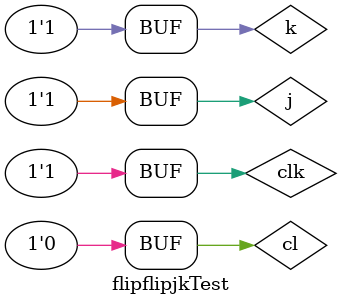
<source format=v>
`timescale 1ns / 1ps


module flipflipjkTest;

	// Inputs
	reg j;
	reg k;
	reg clk;
	reg cl;

	// Outputs
	wire q;
	wire qb;

	// Instantiate the Unit Under Test (UUT)
	jkffgl uut (
		.j(j), 
		.k(k), 
		.clk(clk), 
		.cl(cl), 
		.q(q), 
		.qb(qb)
	);

	initial begin
		// Initialize Inputs
		j = 0;
		k = 0;
		clk = 0;
		cl = 0;

		// Wait 100 ns for global reset to finish
		#100;
		
		// Initialize Inputs
		j = 1;
		k = 0;
		clk = 1;
		cl = 0;

		// Wait 100 ns for global reset to finish
		#100;		
		
		j = 1;
		k = 1;
		clk = 1;
		cl = 0;		
        
		// Add stimulus here

	end
      
endmodule


</source>
